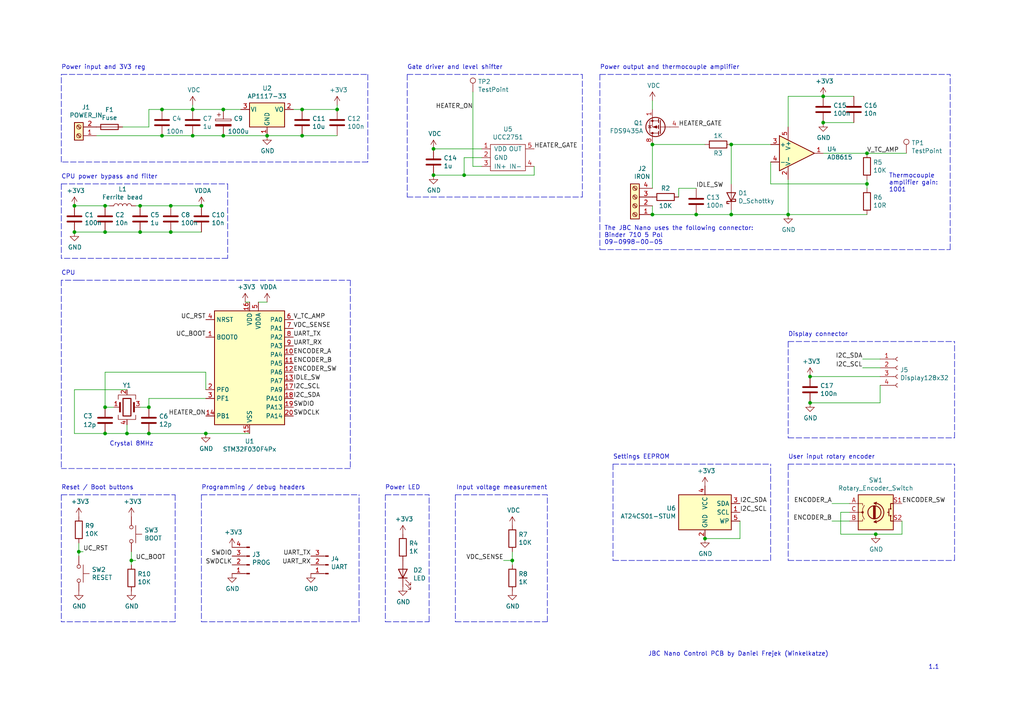
<source format=kicad_sch>
(kicad_sch (version 20211123) (generator eeschema)
  (paper "A4")
  (lib_symbols
    (symbol "Amplifier_Operational:AD8603" (pin_names (offset 0.127))
      (property "Reference" "U" (at 0 5.08 0))
      (property "Value" "AD8603" (at 0 -5.08 0))
      (symbol "AD8603_0_1"
        (polyline (pts (xy -5.08 5.08) (xy 5.08 0) (xy -5.08 -5.08) (xy -5.08 5.08)) (stroke (width 0.254)) (fill (type background)))
        (pin power_in line (at -2.54 -7.62 90) (length 3.81) (name "V-") (number "2"))
        (pin power_in line (at -2.54 7.62 270) (length 3.81) (name "V+") (number "5"))
      )
      (symbol "AD8603_1_1"
        (pin output line (at 7.62 0 180) (length 2.54) (name "~") (number "1"))
        (pin input line (at -7.62 2.54 0) (length 2.54) (name "+") (number "3"))
        (pin input line (at -7.62 -2.54 0) (length 2.54) (name "-") (number "4"))
      )
    )
    (symbol "Connector:Conn_01x03_Male" (pin_names (offset 1.016) hide)
      (property "Reference" "J" (at 0 5.08 0))
      (property "Value" "Conn_01x03_Male" (at 0 -5.08 0))
      (symbol "Conn_01x03_Male_1_1"
        (polyline (pts (xy 1.27 -2.54) (xy 0.8636 -2.54)) (stroke (width 0.1524)))
        (polyline (pts (xy 1.27 0) (xy 0.8636 0)) (stroke (width 0.1524)))
        (polyline (pts (xy 1.27 2.54) (xy 0.8636 2.54)) (stroke (width 0.1524)))
        (rectangle (start 0.8636 -2.413) (end 0 -2.667) (stroke (width 0.1524)) (fill (type outline)))
        (rectangle (start 0.8636 0.127) (end 0 -0.127) (stroke (width 0.1524)) (fill (type outline)))
        (rectangle (start 0.8636 2.667) (end 0 2.413) (stroke (width 0.1524)) (fill (type outline)))
        (pin passive line (at 5.08 2.54 180) (length 3.81) (name "Pin_1") (number "1"))
        (pin passive line (at 5.08 0 180) (length 3.81) (name "Pin_2") (number "2"))
        (pin passive line (at 5.08 -2.54 180) (length 3.81) (name "Pin_3") (number "3"))
      )
    )
    (symbol "Connector:Conn_01x04_Female" (pin_names (offset 1.016) hide)
      (property "Reference" "J" (at 0 5.08 0))
      (property "Value" "Conn_01x04_Female" (at 0 -7.62 0))
      (symbol "Conn_01x04_Female_1_1"
        (arc (start 0 -4.572) (mid -0.508 -5.08) (end 0 -5.588) (stroke (width 0.1524)))
        (arc (start 0 -2.032) (mid -0.508 -2.54) (end 0 -3.048) (stroke (width 0.1524)))
        (polyline (pts (xy -1.27 -5.08) (xy -0.508 -5.08)) (stroke (width 0.1524)))
        (polyline (pts (xy -1.27 -2.54) (xy -0.508 -2.54)) (stroke (width 0.1524)))
        (polyline (pts (xy -1.27 0) (xy -0.508 0)) (stroke (width 0.1524)))
        (polyline (pts (xy -1.27 2.54) (xy -0.508 2.54)) (stroke (width 0.1524)))
        (arc (start 0 0.508) (mid -0.508 0) (end 0 -0.508) (stroke (width 0.1524)))
        (arc (start 0 3.048) (mid -0.508 2.54) (end 0 2.032) (stroke (width 0.1524)))
        (pin passive line (at -5.08 2.54 0) (length 3.81) (name "Pin_1") (number "1"))
        (pin passive line (at -5.08 0 0) (length 3.81) (name "Pin_2") (number "2"))
        (pin passive line (at -5.08 -2.54 0) (length 3.81) (name "Pin_3") (number "3"))
        (pin passive line (at -5.08 -5.08 0) (length 3.81) (name "Pin_4") (number "4"))
      )
    )
    (symbol "Connector:Conn_01x04_Male" (pin_names (offset 1.016) hide)
      (property "Reference" "J" (at 0 5.08 0))
      (property "Value" "Conn_01x04_Male" (at 0 -7.62 0))
      (symbol "Conn_01x04_Male_1_1"
        (polyline (pts (xy 1.27 -5.08) (xy 0.8636 -5.08)) (stroke (width 0.1524)))
        (polyline (pts (xy 1.27 -2.54) (xy 0.8636 -2.54)) (stroke (width 0.1524)))
        (polyline (pts (xy 1.27 0) (xy 0.8636 0)) (stroke (width 0.1524)))
        (polyline (pts (xy 1.27 2.54) (xy 0.8636 2.54)) (stroke (width 0.1524)))
        (rectangle (start 0.8636 -4.953) (end 0 -5.207) (stroke (width 0.1524)) (fill (type outline)))
        (rectangle (start 0.8636 -2.413) (end 0 -2.667) (stroke (width 0.1524)) (fill (type outline)))
        (rectangle (start 0.8636 0.127) (end 0 -0.127) (stroke (width 0.1524)) (fill (type outline)))
        (rectangle (start 0.8636 2.667) (end 0 2.413) (stroke (width 0.1524)) (fill (type outline)))
        (pin passive line (at 5.08 2.54 180) (length 3.81) (name "Pin_1") (number "1"))
        (pin passive line (at 5.08 0 180) (length 3.81) (name "Pin_2") (number "2"))
        (pin passive line (at 5.08 -2.54 180) (length 3.81) (name "Pin_3") (number "3"))
        (pin passive line (at 5.08 -5.08 180) (length 3.81) (name "Pin_4") (number "4"))
      )
    )
    (symbol "Connector:Screw_Terminal_01x02" (pin_names (offset 1.016) hide)
      (property "Reference" "J" (at 0 2.54 0))
      (property "Value" "Screw_Terminal_01x02" (at 0 -5.08 0))
      (symbol "Screw_Terminal_01x02_1_1"
        (rectangle (start -1.27 1.27) (end 1.27 -3.81) (stroke (width 0.254)) (fill (type background)))
        (circle (center 0 -2.54) (radius 0.635) (stroke (width 0.1524)))
        (polyline (pts (xy -0.5334 -2.2098) (xy 0.3302 -3.048)) (stroke (width 0.1524)))
        (polyline (pts (xy -0.5334 0.3302) (xy 0.3302 -0.508)) (stroke (width 0.1524)))
        (polyline (pts (xy -0.3556 -2.032) (xy 0.508 -2.8702)) (stroke (width 0.1524)))
        (polyline (pts (xy -0.3556 0.508) (xy 0.508 -0.3302)) (stroke (width 0.1524)))
        (circle (center 0 0) (radius 0.635) (stroke (width 0.1524)))
        (pin passive line (at -5.08 0 0) (length 3.81) (name "Pin_1") (number "1"))
        (pin passive line (at -5.08 -2.54 0) (length 3.81) (name "Pin_2") (number "2"))
      )
    )
    (symbol "Connector:Screw_Terminal_01x04" (pin_names (offset 1.016) hide)
      (property "Reference" "J" (at 0 5.08 0))
      (property "Value" "Screw_Terminal_01x04" (at 0 -7.62 0))
      (symbol "Screw_Terminal_01x04_1_1"
        (rectangle (start -1.27 3.81) (end 1.27 -6.35) (stroke (width 0.254)) (fill (type background)))
        (circle (center 0 -5.08) (radius 0.635) (stroke (width 0.1524)))
        (circle (center 0 -2.54) (radius 0.635) (stroke (width 0.1524)))
        (polyline (pts (xy -0.5334 -4.7498) (xy 0.3302 -5.588)) (stroke (width 0.1524)))
        (polyline (pts (xy -0.5334 -2.2098) (xy 0.3302 -3.048)) (stroke (width 0.1524)))
        (polyline (pts (xy -0.5334 0.3302) (xy 0.3302 -0.508)) (stroke (width 0.1524)))
        (polyline (pts (xy -0.5334 2.8702) (xy 0.3302 2.032)) (stroke (width 0.1524)))
        (polyline (pts (xy -0.3556 -4.572) (xy 0.508 -5.4102)) (stroke (width 0.1524)))
        (polyline (pts (xy -0.3556 -2.032) (xy 0.508 -2.8702)) (stroke (width 0.1524)))
        (polyline (pts (xy -0.3556 0.508) (xy 0.508 -0.3302)) (stroke (width 0.1524)))
        (polyline (pts (xy -0.3556 3.048) (xy 0.508 2.2098)) (stroke (width 0.1524)))
        (circle (center 0 0) (radius 0.635) (stroke (width 0.1524)))
        (circle (center 0 2.54) (radius 0.635) (stroke (width 0.1524)))
        (pin passive line (at -5.08 2.54 0) (length 3.81) (name "Pin_1") (number "1"))
        (pin passive line (at -5.08 0 0) (length 3.81) (name "Pin_2") (number "2"))
        (pin passive line (at -5.08 -2.54 0) (length 3.81) (name "Pin_3") (number "3"))
        (pin passive line (at -5.08 -5.08 0) (length 3.81) (name "Pin_4") (number "4"))
      )
    )
    (symbol "Connector:TestPoint" (pin_numbers hide) (pin_names (offset 0.762) hide)
      (property "Reference" "TP" (at 0 6.858 0))
      (property "Value" "TestPoint" (at 0 5.08 0))
      (symbol "TestPoint_0_1"
        (circle (center 0 3.302) (radius 0.762))
      )
      (symbol "TestPoint_1_1"
        (pin passive line (at 0 0 90) (length 2.54) (name "1") (number "1"))
      )
    )
    (symbol "Device:C" (pin_numbers hide) (pin_names (offset 0.254))
      (property "Reference" "C" (at 0.635 2.54 0))
      (property "Value" "C" (at 0.635 -2.54 0))
      (symbol "C_0_1"
        (polyline (pts (xy -2.032 -0.762) (xy 2.032 -0.762)) (stroke (width 0.508)))
        (polyline (pts (xy -2.032 0.762) (xy 2.032 0.762)) (stroke (width 0.508)))
      )
      (symbol "C_1_1"
        (pin passive line (at 0 3.81 270) (length 2.794) (name "~") (number "1"))
        (pin passive line (at 0 -3.81 90) (length 2.794) (name "~") (number "2"))
      )
    )
    (symbol "Device:Crystal_GND24" (pin_names (offset 1.016) hide)
      (property "Reference" "Y" (at 3.175 5.08 0))
      (property "Value" "Crystal_GND24" (at 3.175 3.175 0))
      (symbol "Crystal_GND24_0_1"
        (rectangle (start -1.143 2.54) (end 1.143 -2.54) (stroke (width 0.3048)))
        (polyline (pts (xy -2.54 0) (xy -2.032 0)))
        (polyline (pts (xy -2.032 -1.27) (xy -2.032 1.27)) (stroke (width 0.508)))
        (polyline (pts (xy 0 -3.81) (xy 0 -3.556)))
        (polyline (pts (xy 0 3.556) (xy 0 3.81)))
        (polyline (pts (xy 2.032 -1.27) (xy 2.032 1.27)) (stroke (width 0.508)))
        (polyline (pts (xy 2.032 0) (xy 2.54 0)))
        (polyline (pts (xy -2.54 -2.286) (xy -2.54 -3.556) (xy 2.54 -3.556) (xy 2.54 -2.286)))
        (polyline (pts (xy -2.54 2.286) (xy -2.54 3.556) (xy 2.54 3.556) (xy 2.54 2.286)))
      )
      (symbol "Crystal_GND24_1_1"
        (pin passive line (at -3.81 0 0) (length 1.27) (name "1") (number "1"))
        (pin passive line (at 0 5.08 270) (length 1.27) (name "2") (number "2"))
        (pin passive line (at 3.81 0 180) (length 1.27) (name "3") (number "3"))
        (pin passive line (at 0 -5.08 90) (length 1.27) (name "4") (number "4"))
      )
    )
    (symbol "Device:D_Schottky" (pin_numbers hide) (pin_names (offset 1.016) hide)
      (property "Reference" "D" (at 0 2.54 0))
      (property "Value" "D_Schottky" (at 0 -2.54 0))
      (symbol "D_Schottky_0_1"
        (polyline (pts (xy 1.27 0) (xy -1.27 0)))
        (polyline (pts (xy 1.27 1.27) (xy 1.27 -1.27) (xy -1.27 0) (xy 1.27 1.27)) (stroke (width 0.254)))
        (polyline (pts (xy -1.905 0.635) (xy -1.905 1.27) (xy -1.27 1.27) (xy -1.27 -1.27) (xy -0.635 -1.27) (xy -0.635 -0.635)) (stroke (width 0.254)))
      )
      (symbol "D_Schottky_1_1"
        (pin passive line (at -3.81 0 0) (length 2.54) (name "K") (number "1"))
        (pin passive line (at 3.81 0 180) (length 2.54) (name "A") (number "2"))
      )
    )
    (symbol "Device:Fuse" (pin_numbers hide) (pin_names (offset 0))
      (property "Reference" "F" (at 2.032 0 90))
      (property "Value" "Fuse" (at -1.905 0 90))
      (symbol "Fuse_0_1"
        (rectangle (start -0.762 -2.54) (end 0.762 2.54) (stroke (width 0.254)))
        (polyline (pts (xy 0 2.54) (xy 0 -2.54)))
      )
      (symbol "Fuse_1_1"
        (pin passive line (at 0 3.81 270) (length 1.27) (name "~") (number "1"))
        (pin passive line (at 0 -3.81 90) (length 1.27) (name "~") (number "2"))
      )
    )
    (symbol "Device:L" (pin_numbers hide) (pin_names (offset 1.016) hide)
      (property "Reference" "L" (at -1.27 0 90))
      (property "Value" "L" (at 1.905 0 90))
      (symbol "L_0_1"
        (arc (start 0 -2.54) (mid 0.635 -1.905) (end 0 -1.27))
        (arc (start 0 -1.27) (mid 0.635 -0.635) (end 0 0))
        (arc (start 0 0) (mid 0.635 0.635) (end 0 1.27))
        (arc (start 0 1.27) (mid 0.635 1.905) (end 0 2.54))
      )
      (symbol "L_1_1"
        (pin passive line (at 0 3.81 270) (length 1.27) (name "1") (number "1"))
        (pin passive line (at 0 -3.81 90) (length 1.27) (name "2") (number "2"))
      )
    )
    (symbol "Device:LED" (pin_numbers hide) (pin_names (offset 1.016) hide)
      (property "Reference" "D" (at 0 2.54 0))
      (property "Value" "LED" (at 0 -2.54 0))
      (symbol "LED_0_1"
        (polyline (pts (xy -1.27 -1.27) (xy -1.27 1.27)) (stroke (width 0.254)))
        (polyline (pts (xy -1.27 0) (xy 1.27 0)))
        (polyline (pts (xy 1.27 -1.27) (xy 1.27 1.27) (xy -1.27 0) (xy 1.27 -1.27)) (stroke (width 0.254)))
        (polyline (pts (xy -3.048 -0.762) (xy -4.572 -2.286) (xy -3.81 -2.286) (xy -4.572 -2.286) (xy -4.572 -1.524)))
        (polyline (pts (xy -1.778 -0.762) (xy -3.302 -2.286) (xy -2.54 -2.286) (xy -3.302 -2.286) (xy -3.302 -1.524)))
      )
      (symbol "LED_1_1"
        (pin passive line (at -3.81 0 0) (length 2.54) (name "K") (number "1"))
        (pin passive line (at 3.81 0 180) (length 2.54) (name "A") (number "2"))
      )
    )
    (symbol "Device:R" (pin_numbers hide) (pin_names (offset 0))
      (property "Reference" "R" (at 2.032 0 90))
      (property "Value" "R" (at 0 0 90))
      (symbol "R_0_1"
        (rectangle (start -1.016 -2.54) (end 1.016 2.54) (stroke (width 0.254)))
      )
      (symbol "R_1_1"
        (pin passive line (at 0 3.81 270) (length 1.27) (name "~") (number "1"))
        (pin passive line (at 0 -3.81 90) (length 1.27) (name "~") (number "2"))
      )
    )
    (symbol "JBC_Nano_Hardware-rescue:CP-Device" (pin_numbers hide) (pin_names (offset 0.254))
      (property "Reference" "C" (at 0.635 2.54 0))
      (property "Value" "CP-Device" (at 0.635 -2.54 0))
      (symbol "CP-Device_0_1"
        (rectangle (start -2.286 0.508) (end 2.286 1.016))
        (polyline (pts (xy -1.778 2.286) (xy -0.762 2.286)))
        (polyline (pts (xy -1.27 2.794) (xy -1.27 1.778)))
        (rectangle (start 2.286 -0.508) (end -2.286 -1.016) (fill (type outline)))
      )
      (symbol "CP-Device_1_1"
        (pin passive line (at 0 3.81 270) (length 2.794) (name "~") (number "1"))
        (pin passive line (at 0 -3.81 90) (length 2.794) (name "~") (number "2"))
      )
    )
    (symbol "JBC_Nano_Hardware-rescue:Rotary_Encoder_Switch-Device" (pin_names (offset 0.254) hide)
      (property "Reference" "SW" (at 0 6.604 0))
      (property "Value" "Rotary_Encoder_Switch-Device" (at 0 -6.604 0))
      (symbol "Rotary_Encoder_Switch-Device_0_1"
        (rectangle (start -5.08 5.08) (end 5.08 -5.08) (stroke (width 0.254)) (fill (type background)))
        (circle (center -3.81 0) (radius 0.254) (fill (type outline)))
        (arc (start -0.381 -2.794) (mid 2.3622 -0.0508) (end -0.381 2.667) (stroke (width 0.254)))
        (circle (center -0.381 0) (radius 1.905) (stroke (width 0.254)))
        (polyline (pts (xy -0.635 -1.778) (xy -0.635 1.778)) (stroke (width 0.254)))
        (polyline (pts (xy -0.381 -1.778) (xy -0.381 1.778)) (stroke (width 0.254)))
        (polyline (pts (xy -0.127 1.778) (xy -0.127 -1.778)) (stroke (width 0.254)))
        (polyline (pts (xy 3.81 0) (xy 3.429 0)) (stroke (width 0.254)))
        (polyline (pts (xy 3.81 1.016) (xy 3.81 -1.016)) (stroke (width 0.254)))
        (polyline (pts (xy -5.08 -2.54) (xy -3.81 -2.54) (xy -3.81 -2.032)))
        (polyline (pts (xy -5.08 2.54) (xy -3.81 2.54) (xy -3.81 2.032)))
        (polyline (pts (xy 0.254 -3.048) (xy -0.508 -2.794) (xy 0.127 -2.413)) (stroke (width 0.254)))
        (polyline (pts (xy 0.254 2.921) (xy -0.508 2.667) (xy 0.127 2.286)) (stroke (width 0.254)))
        (polyline (pts (xy 5.08 -2.54) (xy 4.318 -2.54) (xy 4.318 -1.016)) (stroke (width 0.254)))
        (polyline (pts (xy 5.08 2.54) (xy 4.318 2.54) (xy 4.318 1.016)) (stroke (width 0.254)))
        (polyline (pts (xy -5.08 0) (xy -3.81 0) (xy -3.81 -1.016) (xy -3.302 -2.032)))
        (polyline (pts (xy -4.318 0) (xy -3.81 0) (xy -3.81 1.016) (xy -3.302 2.032)))
        (circle (center 4.318 -1.016) (radius 0.127) (stroke (width 0.254)))
        (circle (center 4.318 1.016) (radius 0.127) (stroke (width 0.254)))
      )
      (symbol "Rotary_Encoder_Switch-Device_1_1"
        (pin passive line (at -7.62 2.54 0) (length 2.54) (name "A") (number "A"))
        (pin passive line (at -7.62 -2.54 0) (length 2.54) (name "B") (number "B"))
        (pin passive line (at -7.62 0 0) (length 2.54) (name "C") (number "C"))
        (pin passive line (at 7.62 2.54 180) (length 2.54) (name "S1") (number "S1"))
        (pin passive line (at 7.62 -2.54 180) (length 2.54) (name "S2") (number "S2"))
      )
    )
    (symbol "MCU_ST_STM32F0:STM32F030F4Px"
      (property "Reference" "U" (at -10.16 16.51 0))
      (property "Value" "STM32F030F4Px" (at 5.08 16.51 0))
      (symbol "STM32F030F4Px_0_1"
        (rectangle (start -10.16 -17.78) (end 10.16 15.24) (stroke (width 0.254)) (fill (type background)))
      )
      (symbol "STM32F030F4Px_1_1"
        (pin input line (at -12.7 7.62 0) (length 2.54) (name "BOOT0") (number "1"))
        (pin bidirectional line (at 12.7 2.54 180) (length 2.54) (name "PA4") (number "10"))
        (pin bidirectional line (at 12.7 0 180) (length 2.54) (name "PA5") (number "11"))
        (pin bidirectional line (at 12.7 -2.54 180) (length 2.54) (name "PA6") (number "12"))
        (pin bidirectional line (at 12.7 -5.08 180) (length 2.54) (name "PA7") (number "13"))
        (pin bidirectional line (at -12.7 -15.24 0) (length 2.54) (name "PB1") (number "14"))
        (pin power_in line (at 0 -20.32 90) (length 2.54) (name "VSS") (number "15"))
        (pin power_in line (at 0 17.78 270) (length 2.54) (name "VDD") (number "16"))
        (pin bidirectional line (at 12.7 -7.62 180) (length 2.54) (name "PA9") (number "17"))
        (pin bidirectional line (at 12.7 -10.16 180) (length 2.54) (name "PA10") (number "18"))
        (pin bidirectional line (at 12.7 -12.7 180) (length 2.54) (name "PA13") (number "19"))
        (pin input line (at -12.7 -7.62 0) (length 2.54) (name "PF0") (number "2"))
        (pin bidirectional line (at 12.7 -15.24 180) (length 2.54) (name "PA14") (number "20"))
        (pin input line (at -12.7 -10.16 0) (length 2.54) (name "PF1") (number "3"))
        (pin input line (at -12.7 12.7 0) (length 2.54) (name "NRST") (number "4"))
        (pin power_in line (at 2.54 17.78 270) (length 2.54) (name "VDDA") (number "5"))
        (pin bidirectional line (at 12.7 12.7 180) (length 2.54) (name "PA0") (number "6"))
        (pin bidirectional line (at 12.7 10.16 180) (length 2.54) (name "PA1") (number "7"))
        (pin bidirectional line (at 12.7 7.62 180) (length 2.54) (name "PA2") (number "8"))
        (pin bidirectional line (at 12.7 5.08 180) (length 2.54) (name "PA3") (number "9"))
      )
    )
    (symbol "Memory_EEPROM:AT24CS01-STUM"
      (property "Reference" "U" (at -7.62 6.35 0))
      (property "Value" "AT24CS01-STUM" (at 2.54 -6.35 0))
      (symbol "AT24CS01-STUM_1_1"
        (rectangle (start -7.62 5.08) (end 7.62 -5.08) (stroke (width 0.254)) (fill (type background)))
        (pin input line (at 10.16 0 180) (length 2.54) (name "SCL") (number "1"))
        (pin power_in line (at 0 -7.62 90) (length 2.54) (name "GND") (number "2"))
        (pin bidirectional line (at 10.16 2.54 180) (length 2.54) (name "SDA") (number "3"))
        (pin power_in line (at 0 7.62 270) (length 2.54) (name "VCC") (number "4"))
        (pin input line (at 10.16 -2.54 180) (length 2.54) (name "WP") (number "5"))
      )
    )
    (symbol "Regulator_Linear:AP1117-33" (pin_names (offset 0.254))
      (property "Reference" "U" (at -3.81 3.175 0))
      (property "Value" "AP1117-33" (at 0 3.175 0))
      (symbol "AP1117-33_0_1"
        (rectangle (start -5.08 -5.08) (end 5.08 1.905) (stroke (width 0.254)) (fill (type background)))
      )
      (symbol "AP1117-33_1_1"
        (pin power_in line (at 0 -7.62 90) (length 2.54) (name "GND") (number "1"))
        (pin power_out line (at 7.62 0 180) (length 2.54) (name "VO") (number "2"))
        (pin power_in line (at -7.62 0 0) (length 2.54) (name "VI") (number "3"))
      )
    )
    (symbol "Switch:SW_Push" (pin_numbers hide) (pin_names (offset 1.016) hide)
      (property "Reference" "SW" (at 1.27 2.54 0))
      (property "Value" "SW_Push" (at 0 -1.524 0))
      (symbol "SW_Push_0_1"
        (circle (center -2.032 0) (radius 0.508))
        (polyline (pts (xy 0 1.27) (xy 0 3.048)))
        (polyline (pts (xy 2.54 1.27) (xy -2.54 1.27)))
        (circle (center 2.032 0) (radius 0.508))
        (pin passive line (at -5.08 0 0) (length 2.54) (name "1") (number "1"))
        (pin passive line (at 5.08 0 180) (length 2.54) (name "2") (number "2"))
      )
    )
    (symbol "Transistor_FET:FDS9435A" (pin_names hide)
      (property "Reference" "Q" (at 5.08 1.905 0))
      (property "Value" "FDS9435A" (at 5.08 0 0))
      (symbol "FDS9435A_0_1"
        (polyline (pts (xy 0.254 0) (xy -2.54 0)))
        (polyline (pts (xy 0.254 1.905) (xy 0.254 -1.905)) (stroke (width 0.254)))
        (polyline (pts (xy 0.762 -1.27) (xy 0.762 -2.286)) (stroke (width 0.254)))
        (polyline (pts (xy 0.762 0.508) (xy 0.762 -0.508)) (stroke (width 0.254)))
        (polyline (pts (xy 0.762 2.286) (xy 0.762 1.27)) (stroke (width 0.254)))
        (polyline (pts (xy 2.54 2.54) (xy 2.54 1.778)))
        (polyline (pts (xy 2.54 -2.54) (xy 2.54 0) (xy 0.762 0)))
        (polyline (pts (xy 0.762 1.778) (xy 3.302 1.778) (xy 3.302 -1.778) (xy 0.762 -1.778)))
        (polyline (pts (xy 2.286 0) (xy 1.27 0.381) (xy 1.27 -0.381) (xy 2.286 0)) (fill (type outline)))
        (polyline (pts (xy 2.794 -0.508) (xy 2.921 -0.381) (xy 3.683 -0.381) (xy 3.81 -0.254)))
        (polyline (pts (xy 3.302 -0.381) (xy 2.921 0.254) (xy 3.683 0.254) (xy 3.302 -0.381)))
        (circle (center 1.651 0) (radius 2.794) (stroke (width 0.254)))
        (circle (center 2.54 -1.778) (radius 0.254) (fill (type outline)))
        (circle (center 2.54 1.778) (radius 0.254) (fill (type outline)))
      )
      (symbol "FDS9435A_1_1"
        (pin passive line (at 2.54 -5.08 90) (length 2.54) (name "S") (number "1"))
        (pin passive line (at 2.54 -5.08 90) (length 2.54) hide (name "S") (number "2"))
        (pin passive line (at 2.54 -5.08 90) (length 2.54) hide (name "S") (number "3"))
        (pin passive line (at -5.08 0 0) (length 2.54) (name "G") (number "4"))
        (pin passive line (at 2.54 5.08 270) (length 2.54) hide (name "D") (number "5"))
        (pin passive line (at 2.54 5.08 270) (length 2.54) hide (name "D") (number "6"))
        (pin passive line (at 2.54 5.08 270) (length 2.54) hide (name "D") (number "7"))
        (pin passive line (at 2.54 5.08 270) (length 2.54) (name "D") (number "8"))
      )
    )
    (symbol "custom_parts:UCC2751" (pin_names (offset 1.016))
      (property "Reference" "U" (at 0 -7.62 0))
      (property "Value" "UCC2751" (at 0 -5.08 0))
      (symbol "UCC2751_0_1"
        (rectangle (start -5.08 3.81) (end 5.08 -3.81))
      )
      (symbol "UCC2751_1_1"
        (pin power_in line (at -7.62 2.54 0) (length 2.54) (name "VDD") (number "1"))
        (pin power_in line (at -7.62 0 0) (length 2.54) (name "GND") (number "2"))
        (pin input line (at -7.62 -2.54 0) (length 2.54) (name "IN+") (number "3"))
        (pin input line (at 7.62 -2.54 180) (length 2.54) (name "IN-") (number "4"))
        (pin output line (at 7.62 2.54 180) (length 2.54) (name "OUT") (number "5"))
      )
    )
    (symbol "power:+3V3" (power) (pin_names (offset 0))
      (property "Value" "+3V3" (at 0 3.556 0))
      (symbol "+3V3_0_1"
        (polyline (pts (xy -0.762 1.27) (xy 0 2.54)))
        (polyline (pts (xy 0 0) (xy 0 2.54)))
        (polyline (pts (xy 0 2.54) (xy 0.762 1.27)))
      )
      (symbol "+3V3_1_1"
        (pin power_in line (at 0 0 90) (length 0) hide (name "+3V3") (number "1"))
      )
    )
    (symbol "power:GND" (power) (pin_names (offset 0))
      (property "Value" "GND" (at 0 -3.81 0))
      (symbol "GND_0_1"
        (polyline (pts (xy 0 0) (xy 0 -1.27) (xy 1.27 -1.27) (xy 0 -2.54) (xy -1.27 -1.27) (xy 0 -1.27)))
      )
      (symbol "GND_1_1"
        (pin power_in line (at 0 0 270) (length 0) hide (name "GND") (number "1"))
      )
    )
    (symbol "power:VDC" (power) (pin_names (offset 0))
      (property "Value" "VDC" (at 0 6.35 0))
      (symbol "VDC_0_1"
        (polyline (pts (xy -0.762 1.27) (xy 0 2.54)))
        (polyline (pts (xy 0 0) (xy 0 2.54)))
        (polyline (pts (xy 0 2.54) (xy 0.762 1.27)))
      )
      (symbol "VDC_1_1"
        (pin power_in line (at 0 0 90) (length 0) hide (name "VDC") (number "1"))
      )
    )
    (symbol "power:VDDA" (power) (pin_names (offset 0))
      (property "Value" "VDDA" (at 0 3.81 0))
      (symbol "VDDA_0_1"
        (polyline (pts (xy -0.762 1.27) (xy 0 2.54)))
        (polyline (pts (xy 0 0) (xy 0 2.54)))
        (polyline (pts (xy 0 2.54) (xy 0.762 1.27)))
      )
      (symbol "VDDA_1_1"
        (pin power_in line (at 0 0 90) (length 0) hide (name "VDDA") (number "1"))
      )
    )
  )
  (junction (at 87.63 39.37))
  (junction (at 189.23 41.91))
  (junction (at 64.77 31.75))
  (junction (at 238.76 27.94))
  (junction (at 238.76 35.56))
  (junction (at 189.23 62.23))
  (junction (at 43.18 118.11))
  (junction (at 251.46 53.34))
  (junction (at 97.79 31.75))
  (junction (at 87.63 31.75))
  (junction (at 64.77 39.37))
  (junction (at 125.73 50.8))
  (junction (at 125.73 43.18))
  (junction (at 254 154.94))
  (junction (at 58.42 59.69))
  (junction (at 204.47 156.21))
  (junction (at 21.59 59.69))
  (junction (at 21.59 67.31))
  (junction (at 201.93 62.23))
  (junction (at 55.88 31.75))
  (junction (at 30.48 67.31))
  (junction (at 134.62 50.8))
  (junction (at 30.48 125.73))
  (junction (at 46.99 39.37))
  (junction (at 30.48 59.69))
  (junction (at 49.53 59.69))
  (junction (at 77.47 39.37))
  (junction (at 40.64 59.69))
  (junction (at 234.95 116.84))
  (junction (at 55.88 39.37))
  (junction (at 40.64 67.31))
  (junction (at 22.86 160.02))
  (junction (at 212.09 62.23))
  (junction (at 234.95 109.22))
  (junction (at 148.59 162.56))
  (junction (at 46.99 31.75))
  (junction (at 49.53 67.31))
  (junction (at 228.6 62.23))
  (junction (at 212.09 41.91))
  (junction (at 30.48 118.11))
  (junction (at 38.1 162.56))
  (junction (at 36.83 125.73))
  (junction (at 43.18 125.73))
  (junction (at 251.46 44.45))
  (junction (at 59.69 125.73))
  (wire (pts (xy 21.59 125.73) (xy 30.48 125.73)))
  (wire (pts (xy 43.18 115.57) (xy 43.18 118.11)))
  (wire (pts (xy 46.99 39.37) (xy 55.88 39.37)))
  (polyline (pts (xy 104.14 180.34) (xy 104.14 143.51)))
  (polyline (pts (xy 177.8 134.62) (xy 177.8 162.56)))
  (polyline (pts (xy 58.42 143.51) (xy 58.42 180.34)))
  (polyline (pts (xy 17.78 81.28) (xy 17.78 135.89)))
  (wire (pts (xy 40.64 59.69) (xy 49.53 59.69)))
  (wire (pts (xy 146.05 162.56) (xy 148.59 162.56)))
  (wire (pts (xy 154.94 48.26) (xy 154.94 50.8)))
  (wire (pts (xy 30.48 125.73) (xy 36.83 125.73)))
  (wire (pts (xy 43.18 36.83) (xy 43.18 31.75)))
  (polyline (pts (xy 101.6 81.28) (xy 101.6 135.89)))
  (wire (pts (xy 251.46 53.34) (xy 251.46 52.07)))
  (wire (pts (xy 64.77 31.75) (xy 69.85 31.75)))
  (polyline (pts (xy 168.91 57.15) (xy 168.91 21.59)))
  (polyline (pts (xy 111.76 180.34) (xy 124.46 180.34)))
  (wire (pts (xy 196.85 57.15) (xy 196.85 54.61)))
  (polyline (pts (xy 17.78 53.34) (xy 66.04 53.34)))
  (polyline (pts (xy 132.08 180.34) (xy 158.75 180.34)))
  (wire (pts (xy 87.63 39.37) (xy 97.79 39.37)))
  (wire (pts (xy 40.64 67.31) (xy 49.53 67.31)))
  (polyline (pts (xy 276.86 162.56) (xy 276.86 134.62)))
  (wire (pts (xy 125.73 50.8) (xy 134.62 50.8)))
  (wire (pts (xy 214.63 156.21) (xy 204.47 156.21)))
  (wire (pts (xy 22.86 160.02) (xy 22.86 157.48)))
  (wire (pts (xy 43.18 115.57) (xy 59.69 115.57)))
  (polyline (pts (xy 66.04 53.34) (xy 66.04 74.93)))
  (wire (pts (xy 139.7 43.18) (xy 125.73 43.18)))
  (wire (pts (xy 212.09 60.96) (xy 212.09 62.23)))
  (wire (pts (xy 243.84 148.59) (xy 243.84 154.94)))
  (polyline (pts (xy 228.6 134.62) (xy 228.6 162.56)))
  (wire (pts (xy 243.84 154.94) (xy 254 154.94)))
  (wire (pts (xy 238.76 27.94) (xy 247.65 27.94)))
  (wire (pts (xy 85.09 31.75) (xy 87.63 31.75)))
  (wire (pts (xy 38.1 160.02) (xy 38.1 162.56)))
  (polyline (pts (xy 275.59 72.39) (xy 275.59 21.59)))
  (polyline (pts (xy 17.78 143.51) (xy 17.78 180.34)))
  (wire (pts (xy 40.64 118.11) (xy 43.18 118.11)))
  (polyline (pts (xy 276.86 127) (xy 276.86 99.06)))
  (wire (pts (xy 43.18 125.73) (xy 59.69 125.73)))
  (wire (pts (xy 49.53 59.69) (xy 58.42 59.69)))
  (polyline (pts (xy 106.68 46.99) (xy 17.78 46.99)))
  (polyline (pts (xy 22.86 81.28) (xy 101.6 81.28)))
  (polyline (pts (xy 17.78 53.34) (xy 17.78 74.93)))
  (wire (pts (xy 201.93 62.23) (xy 212.09 62.23)))
  (wire (pts (xy 30.48 107.95) (xy 30.48 118.11)))
  (wire (pts (xy 223.52 53.34) (xy 223.52 46.99)))
  (wire (pts (xy 30.48 107.95) (xy 59.69 107.95)))
  (wire (pts (xy 43.18 31.75) (xy 46.99 31.75)))
  (wire (pts (xy 77.47 39.37) (xy 87.63 39.37)))
  (polyline (pts (xy 177.8 134.62) (xy 223.52 134.62)))
  (polyline (pts (xy 50.8 143.51) (xy 50.8 180.34)))
  (wire (pts (xy 234.95 116.84) (xy 255.27 116.84)))
  (wire (pts (xy 228.6 52.07) (xy 228.6 62.23)))
  (polyline (pts (xy 228.6 134.62) (xy 276.86 134.62)))
  (wire (pts (xy 189.23 62.23) (xy 201.93 62.23)))
  (wire (pts (xy 214.63 151.13) (xy 214.63 156.21)))
  (wire (pts (xy 27.94 39.37) (xy 46.99 39.37)))
  (wire (pts (xy 255.27 104.14) (xy 250.19 104.14)))
  (polyline (pts (xy 106.68 21.59) (xy 106.68 46.99)))
  (wire (pts (xy 255.27 116.84) (xy 255.27 111.76)))
  (wire (pts (xy 72.39 125.73) (xy 59.69 125.73)))
  (wire (pts (xy 189.23 59.69) (xy 189.23 62.23)))
  (wire (pts (xy 189.23 41.91) (xy 189.23 54.61)))
  (wire (pts (xy 55.88 30.48) (xy 55.88 31.75)))
  (polyline (pts (xy 118.11 21.59) (xy 168.91 21.59)))
  (wire (pts (xy 36.83 123.19) (xy 36.83 125.73)))
  (wire (pts (xy 36.83 113.03) (xy 21.59 113.03)))
  (wire (pts (xy 154.94 50.8) (xy 134.62 50.8)))
  (wire (pts (xy 212.09 41.91) (xy 212.09 53.34)))
  (wire (pts (xy 39.37 162.56) (xy 38.1 162.56)))
  (wire (pts (xy 97.79 31.75) (xy 97.79 30.48)))
  (polyline (pts (xy 58.42 180.34) (xy 104.14 180.34)))
  (wire (pts (xy 134.62 45.72) (xy 139.7 45.72)))
  (wire (pts (xy 87.63 31.75) (xy 97.79 31.75)))
  (wire (pts (xy 238.76 44.45) (xy 251.46 44.45)))
  (wire (pts (xy 228.6 27.94) (xy 228.6 36.83)))
  (wire (pts (xy 137.16 26.67) (xy 137.16 48.26)))
  (polyline (pts (xy 228.6 162.56) (xy 276.86 162.56)))
  (wire (pts (xy 223.52 41.91) (xy 212.09 41.91)))
  (polyline (pts (xy 111.76 143.51) (xy 124.46 143.51)))
  (polyline (pts (xy 132.08 143.51) (xy 158.75 143.51)))
  (wire (pts (xy 59.69 107.95) (xy 59.69 113.03)))
  (polyline (pts (xy 111.76 143.51) (xy 111.76 180.34)))
  (wire (pts (xy 255.27 106.68) (xy 250.19 106.68)))
  (polyline (pts (xy 101.6 135.89) (xy 17.78 135.89)))
  (wire (pts (xy 21.59 113.03) (xy 21.59 125.73)))
  (polyline (pts (xy 228.6 99.06) (xy 276.86 99.06)))
  (polyline (pts (xy 118.11 21.59) (xy 118.11 57.15)))
  (wire (pts (xy 251.46 53.34) (xy 223.52 53.34)))
  (wire (pts (xy 30.48 59.69) (xy 31.75 59.69)))
  (wire (pts (xy 134.62 50.8) (xy 134.62 45.72)))
  (wire (pts (xy 21.59 67.31) (xy 30.48 67.31)))
  (wire (pts (xy 139.7 48.26) (xy 137.16 48.26)))
  (wire (pts (xy 55.88 31.75) (xy 64.77 31.75)))
  (polyline (pts (xy 173.99 21.59) (xy 275.59 21.59)))
  (wire (pts (xy 246.38 146.05) (xy 241.3 146.05)))
  (polyline (pts (xy 228.6 99.06) (xy 228.6 127)))
  (wire (pts (xy 228.6 62.23) (xy 251.46 62.23)))
  (polyline (pts (xy 223.52 162.56) (xy 223.52 134.62)))
  (wire (pts (xy 261.62 151.13) (xy 261.62 154.94)))
  (polyline (pts (xy 118.11 57.15) (xy 168.91 57.15)))
  (wire (pts (xy 148.59 162.56) (xy 148.59 163.83)))
  (polyline (pts (xy 17.78 143.51) (xy 50.8 143.51)))
  (wire (pts (xy 24.13 160.02) (xy 22.86 160.02)))
  (wire (pts (xy 254 154.94) (xy 261.62 154.94)))
  (polyline (pts (xy 66.04 74.93) (xy 17.78 74.93)))
  (wire (pts (xy 189.23 41.91) (xy 204.47 41.91)))
  (wire (pts (xy 246.38 151.13) (xy 241.3 151.13)))
  (wire (pts (xy 55.88 39.37) (xy 64.77 39.37)))
  (wire (pts (xy 148.59 160.02) (xy 148.59 162.56)))
  (wire (pts (xy 251.46 44.45) (xy 262.89 44.45)))
  (wire (pts (xy 196.85 54.61) (xy 201.93 54.61)))
  (wire (pts (xy 255.27 109.22) (xy 234.95 109.22)))
  (polyline (pts (xy 173.99 21.59) (xy 173.99 72.39)))
  (wire (pts (xy 30.48 67.31) (xy 40.64 67.31)))
  (wire (pts (xy 238.76 35.56) (xy 247.65 35.56)))
  (polyline (pts (xy 58.42 143.51) (xy 104.14 143.51)))
  (wire (pts (xy 49.53 67.31) (xy 58.42 67.31)))
  (wire (pts (xy 21.59 59.69) (xy 30.48 59.69)))
  (wire (pts (xy 33.02 118.11) (xy 30.48 118.11)))
  (polyline (pts (xy 158.75 180.34) (xy 158.75 143.51)))
  (polyline (pts (xy 17.78 21.59) (xy 106.68 21.59)))
  (polyline (pts (xy 17.78 46.99) (xy 17.78 21.59)))
  (polyline (pts (xy 228.6 127) (xy 276.86 127)))
  (wire (pts (xy 228.6 62.23) (xy 212.09 62.23)))
  (wire (pts (xy 46.99 31.75) (xy 55.88 31.75)))
  (wire (pts (xy 238.76 27.94) (xy 228.6 27.94)))
  (wire (pts (xy 36.83 125.73) (xy 43.18 125.73)))
  (wire (pts (xy 39.37 59.69) (xy 40.64 59.69)))
  (polyline (pts (xy 22.86 81.28) (xy 17.78 81.28)))
  (polyline (pts (xy 124.46 180.34) (xy 124.46 143.51)))
  (polyline (pts (xy 50.8 180.34) (xy 17.78 180.34)))
  (wire (pts (xy 74.93 87.63) (xy 77.47 87.63)))
  (wire (pts (xy 64.77 39.37) (xy 77.47 39.37)))
  (polyline (pts (xy 177.8 162.56) (xy 223.52 162.56)))
  (wire (pts (xy 35.56 36.83) (xy 43.18 36.83)))
  (wire (pts (xy 189.23 29.21) (xy 189.23 31.75)))
  (polyline (pts (xy 132.08 143.51) (xy 132.08 180.34)))
  (wire (pts (xy 246.38 148.59) (xy 243.84 148.59)))
  (wire (pts (xy 251.46 54.61) (xy 251.46 53.34)))
  (wire (pts (xy 22.86 161.29) (xy 22.86 160.02)))
  (wire (pts (xy 71.12 87.63) (xy 72.39 87.63)))
  (wire (pts (xy 38.1 162.56) (xy 38.1 163.83)))
  (polyline (pts (xy 173.99 72.39) (xy 275.59 72.39)))
  (text "Crystal 8MHz" (at 31.75 129.54 0) (effects (font (size 1.27 1.27)) (justify left bottom)))
  (text "JBC Nano Control PCB by Daniel Frejek (Winkelkatze)" (at 187.96 190.5 0) (effects (font (size 1.27 1.27)) (justify left bottom)))
  (text "Reset / Boot buttons" (at 17.78 142.24 0) (effects (font (size 1.27 1.27)) (justify left bottom)))
  (text "Gate driver and level shifter" (at 118.11 20.32 0) (effects (font (size 1.27 1.27)) (justify left bottom)))
  (text "CPU" (at 17.78 80.01 0) (effects (font (size 1.27 1.27)) (justify left bottom)))
  (text "Power LED" (at 121.92 142.24 180) (effects (font (size 1.27 1.27)) (justify right bottom)))
  (text "Power output and thermocouple amplifier" (at 173.99 20.32 0) (effects (font (size 1.27 1.27)) (justify left bottom)))
  (text "Thermocouple\namplifier gain:\n1001" (at 257.81 55.88 0) (effects (font (size 1.27 1.27)) (justify left bottom)))
  (text "1.1" (at 269.24 194.31 0) (effects (font (size 1.27 1.27)) (justify left bottom)))
  (text "Settings EEPROM" (at 177.8 133.35 0) (effects (font (size 1.27 1.27)) (justify left bottom)))
  (text "Input voltage measurement" (at 158.75 142.24 180) (effects (font (size 1.27 1.27)) (justify right bottom)))
  (text "CPU power bypass and filter" (at 17.78 52.07 0) (effects (font (size 1.27 1.27)) (justify left bottom)))
  (text "Programming / debug headers" (at 58.42 142.24 0) (effects (font (size 1.27 1.27)) (justify left bottom)))
  (text "Display connector" (at 228.6 97.79 0) (effects (font (size 1.27 1.27)) (justify left bottom)))
  (text "Power input and 3V3 reg" (at 17.78 20.32 0) (effects (font (size 1.27 1.27)) (justify left bottom)))
  (text "The JBC Nano uses the following connector:\nBinder 710 5 Pol\n09-0998-00-05" (at 175.26 71.12 0) (effects (font (size 1.27 1.27)) (justify left bottom)))
  (text "User input rotary encoder" (at 228.6 133.35 0) (effects (font (size 1.27 1.27)) (justify left bottom)))
  (label "IDLE_SW" (at 201.93 54.61 0))
  (label "UC_RST" (at 59.69 92.71 180))
  (label "I2C_SCL" (at 85.09 113.03 0))
  (label "HEATER_GATE" (at 154.94 43.18 0))
  (label "I2C_SDA" (at 214.63 146.05 0))
  (label "V_TC_AMP" (at 251.46 44.45 0))
  (label "I2C_SCL" (at 250.19 106.68 180))
  (label "ENCODER_A" (at 241.3 146.05 180))
  (label "ENCODER_B" (at 85.09 105.41 0))
  (label "VDC_SENSE" (at 146.05 162.56 180))
  (label "UC_BOOT" (at 59.69 97.79 180))
  (label "UC_RST" (at 24.13 160.02 0))
  (label "VDC_SENSE" (at 85.09 95.25 0))
  (label "ENCODER_A" (at 85.09 102.87 0))
  (label "SWDIO" (at 67.31 161.29 180))
  (label "SWDIO" (at 85.09 118.11 0))
  (label "ENCODER_SW" (at 261.62 146.05 0))
  (label "HEATER_ON" (at 137.16 31.75 180))
  (label "IDLE_SW" (at 85.09 110.49 0))
  (label "UART_TX" (at 90.17 161.29 180))
  (label "I2C_SCL" (at 214.63 148.59 0))
  (label "UART_RX" (at 90.17 163.83 180))
  (label "UART_TX" (at 85.09 97.79 0))
  (label "HEATER_GATE" (at 196.85 36.83 0))
  (label "I2C_SDA" (at 85.09 115.57 0))
  (label "ENCODER_SW" (at 85.09 107.95 0))
  (label "UC_BOOT" (at 39.37 162.56 0))
  (label "SWDCLK" (at 85.09 120.65 0))
  (label "UART_RX" (at 85.09 100.33 0))
  (label "HEATER_ON" (at 59.69 120.65 180))
  (label "SWDCLK" (at 67.31 163.83 180))
  (label "V_TC_AMP" (at 85.09 92.71 0))
  (label "ENCODER_B" (at 241.3 151.13 180))
  (label "I2C_SDA" (at 250.19 104.14 180))
  (symbol (lib_id "power:GND") (at 228.6 62.23 0) (unit 1)
    (property "Reference" "#PWR013" (effects hide))
    (property "Value" "GND" (at 228.727 66.6242 0))
  )
  (symbol (lib_id "power:+3V3") (at 238.76 27.94 0) (unit 1)
    (property "Reference" "#PWR014" (effects hide))
    (property "Value" "+3V3" (at 239.141 23.5458 0))
  )
  (symbol (lib_id "Device:R") (at 251.46 48.26 0) (unit 1)
    (property "Reference" "R5" (at 253.238 47.0916 0) (effects (justify left)))
    (property "Value" "10K" (at 253.238 49.403 0) (effects (justify left)))
    (property "Footprint" "Resistor_SMD:R_0603_1608Metric" (effects hide))
  )
  (symbol (lib_id "Device:R") (at 251.46 58.42 0) (unit 1)
    (property "Reference" "R6" (at 253.238 57.2516 0) (effects (justify left)))
    (property "Value" "10R" (at 253.238 59.563 0) (effects (justify left)))
    (property "Footprint" "Resistor_SMD:R_0603_1608Metric" (effects hide))
  )
  (symbol (lib_id "Device:D_Schottky") (at 212.09 57.15 90) (unit 1)
    (property "Reference" "D1" (at 214.122 55.9816 90) (effects (justify right)))
    (property "Value" "D_Schottky" (at 214.122 58.293 90) (effects (justify right)))
    (property "Footprint" "Diode_SMD:D_0603_1608Metric" (effects hide))
  )
  (symbol (lib_id "Device:R") (at 208.28 41.91 270) (unit 1)
    (property "Reference" "R3" (at 208.28 44.45 90))
    (property "Value" "1K" (at 208.28 39.37 90))
    (property "Footprint" "Resistor_SMD:R_0603_1608Metric" (effects hide))
  )
  (symbol (lib_id "Regulator_Linear:AP1117-33") (at 77.47 31.75 0) (unit 1)
    (property "Reference" "U2" (at 77.47 25.6032 0))
    (property "Value" "AP1117-33" (at 77.47 27.9146 0))
    (property "Footprint" "Package_TO_SOT_SMD:SOT-223-3_TabPin2" (effects hide))
    (property "Datasheet" "http://www.diodes.com/datasheets/AP1117.pdf" (effects hide))
  )
  (symbol (lib_id "power:VDC") (at 55.88 30.48 0) (unit 1)
    (property "Reference" "#PWR03" (effects hide))
    (property "Value" "VDC" (at 56.261 26.0858 0))
  )
  (symbol (lib_id "power:GND") (at 77.47 39.37 0) (unit 1)
    (property "Reference" "#PWR07" (effects hide))
    (property "Value" "GND" (at 77.597 43.7642 0))
  )
  (symbol (lib_id "power:+3V3") (at 97.79 30.48 0) (unit 1)
    (property "Reference" "#PWR09" (effects hide))
    (property "Value" "+3V3" (at 98.171 26.0858 0))
  )
  (symbol (lib_id "Device:C") (at 87.63 35.56 0) (unit 1)
    (property "Reference" "C11" (at 90.551 34.3916 0) (effects (justify left)))
    (property "Value" "10u" (at 90.551 36.703 0) (effects (justify left)))
    (property "Footprint" "Capacitor_SMD:C_0603_1608Metric" (effects hide))
  )
  (symbol (lib_id "Device:C") (at 97.79 35.56 0) (unit 1)
    (property "Reference" "C12" (at 100.711 34.3916 0) (effects (justify left)))
    (property "Value" "100n" (at 100.711 36.703 0) (effects (justify left)))
    (property "Footprint" "Capacitor_SMD:C_0603_1608Metric" (effects hide))
  )
  (symbol (lib_id "Device:C") (at 55.88 35.56 0) (unit 1)
    (property "Reference" "C7" (at 58.801 34.3916 0) (effects (justify left)))
    (property "Value" "1u" (at 58.801 36.703 0) (effects (justify left)))
    (property "Footprint" "Capacitor_SMD:C_0603_1608Metric" (effects hide))
  )
  (symbol (lib_id "JBC_Nano_Hardware-rescue:CP-Device") (at 64.77 35.56 0) (unit 1)
    (property "Reference" "C9" (at 67.7672 34.3916 0) (effects (justify left)))
    (property "Value" "1000u" (at 66.04 38.1 0) (effects (justify left)))
    (property "Footprint" "Capacitor_THT:CP_Radial_D10.0mm_P3.50mm" (effects hide))
  )
  (symbol (lib_id "Device:L") (at 35.56 59.69 90) (unit 1)
    (property "Reference" "L1" (at 35.56 54.864 90))
    (property "Value" "Ferrite bead" (at 35.56 57.1754 90))
    (property "Footprint" "Inductor_SMD:L_0805_2012Metric" (effects hide))
  )
  (symbol (lib_id "Connector:Screw_Terminal_01x02") (at 22.86 39.37 180) (unit 1)
    (property "Reference" "J1" (at 24.9428 31.115 0))
    (property "Value" "POWER_IN" (at 24.9428 33.4264 0))
    (property "Footprint" "TerminalBlock:TerminalBlock_bornier-2_P5.08mm" (effects hide))
  )
  (symbol (lib_id "Connector:Conn_01x04_Female") (at 260.35 106.68 0) (unit 1)
    (property "Reference" "J5" (at 261.0612 107.2896 0) (effects (justify left)))
    (property "Value" "Display128x32" (at 261.0612 109.601 0) (effects (justify left)))
    (property "Footprint" "Connector_PinSocket_2.54mm:PinSocket_1x04_P2.54mm_Vertical" (effects hide))
  )
  (symbol (lib_id "power:GND") (at 234.95 116.84 0) (unit 1)
    (property "Reference" "#PWR026" (effects hide))
    (property "Value" "GND" (at 235.077 121.2342 0))
  )
  (symbol (lib_id "power:+3V3") (at 234.95 109.22 0) (unit 1)
    (property "Reference" "#PWR025" (effects hide))
    (property "Value" "+3V3" (at 235.331 104.8258 0))
  )
  (symbol (lib_id "JBC_Nano_Hardware-rescue:Rotary_Encoder_Switch-Device") (at 254 148.59 0) (unit 1)
    (property "Reference" "SW1" (at 254 139.2682 0))
    (property "Value" "Rotary_Encoder_Switch" (at 254 141.5796 0))
    (property "Footprint" "Rotary_Encoder:RotaryEncoder_Alps_EC12E-Switch_Vertical_H20mm" (effects hide))
  )
  (symbol (lib_id "power:GND") (at 254 154.94 0) (unit 1)
    (property "Reference" "#PWR027" (effects hide))
    (property "Value" "GND" (at 254.127 159.3342 0))
  )
  (symbol (lib_id "Device:Fuse") (at 31.75 36.83 270) (unit 1)
    (property "Reference" "F1" (at 31.75 31.8262 90))
    (property "Value" "Fuse" (at 31.75 34.1376 90))
    (property "Footprint" "Fuse:Fuseholder_Cylinder-5x20mm_Schurter_0031_8201_Horizontal_Open" (effects hide))
  )
  (symbol (lib_id "MCU_ST_STM32F0:STM32F030F4Px") (at 72.39 105.41 0) (unit 1)
    (property "Reference" "U1" (at 72.39 127.9906 0))
    (property "Value" "STM32F030F4Px" (at 72.39 130.302 0))
    (property "Footprint" "Package_SO:TSSOP-20_4.4x6.5mm_P0.65mm" (effects hide))
    (property "Datasheet" "http://www.st.com/st-web-ui/static/active/en/resource/technical/document/datasheet/DM00088500.pdf" (effects hide))
  )
  (symbol (lib_id "Device:C") (at 21.59 63.5 0) (unit 1)
    (property "Reference" "C1" (at 24.511 62.3316 0) (effects (justify left)))
    (property "Value" "100n" (at 24.511 64.643 0) (effects (justify left)))
    (property "Footprint" "Capacitor_SMD:C_0603_1608Metric" (effects hide))
  )
  (symbol (lib_id "Device:C") (at 30.48 63.5 0) (unit 1)
    (property "Reference" "C2" (at 33.401 62.3316 0) (effects (justify left)))
    (property "Value" "10n" (at 33.401 64.643 0) (effects (justify left)))
    (property "Footprint" "Capacitor_SMD:C_0603_1608Metric" (effects hide))
  )
  (symbol (lib_id "Connector:Conn_01x04_Male") (at 72.39 163.83 180) (unit 1)
    (property "Reference" "J3" (at 73.1012 160.8328 0) (effects (justify right)))
    (property "Value" "PROG" (at 73.1012 163.1442 0) (effects (justify right)))
    (property "Footprint" "Connector_PinHeader_2.54mm:PinHeader_1x04_P2.54mm_Vertical" (effects hide))
  )
  (symbol (lib_id "Device:C") (at 49.53 63.5 0) (unit 1)
    (property "Reference" "C8" (at 52.451 62.3316 0) (effects (justify left)))
    (property "Value" "100n" (at 52.451 64.643 0) (effects (justify left)))
    (property "Footprint" "Capacitor_SMD:C_0603_1608Metric" (effects hide))
  )
  (symbol (lib_id "Device:C") (at 40.64 63.5 0) (unit 1)
    (property "Reference" "C5" (at 43.561 62.3316 0) (effects (justify left)))
    (property "Value" "1u" (at 43.561 64.643 0) (effects (justify left)))
    (property "Footprint" "Capacitor_SMD:C_0603_1608Metric" (effects hide))
  )
  (symbol (lib_id "power:GND") (at 67.31 166.37 0) (unit 1)
    (property "Reference" "#PWR023" (effects hide))
    (property "Value" "GND" (at 67.437 170.7642 0))
  )
  (symbol (lib_id "power:+3V3") (at 67.31 158.75 0) (unit 1)
    (property "Reference" "#PWR022" (effects hide))
    (property "Value" "+3V3" (at 67.691 154.3558 0))
  )
  (symbol (lib_id "Switch:SW_Push") (at 38.1 154.94 270) (unit 1)
    (property "Reference" "SW3" (at 41.8592 153.7716 90) (effects (justify left)))
    (property "Value" "BOOT" (at 41.8592 156.083 90) (effects (justify left)))
    (property "Footprint" "Button_Switch_SMD:SW_SPST_B3U-1000P" (effects hide))
  )
  (symbol (lib_id "power:GND") (at 38.1 171.45 0) (unit 1)
    (property "Reference" "#PWR031" (effects hide))
    (property "Value" "GND" (at 38.227 175.8442 0))
  )
  (symbol (lib_id "Switch:SW_Push") (at 22.86 166.37 270) (unit 1)
    (property "Reference" "SW2" (at 26.6192 165.2016 90) (effects (justify left)))
    (property "Value" "RESET" (at 26.6192 167.513 90) (effects (justify left)))
    (property "Footprint" "Button_Switch_SMD:SW_SPST_B3U-1000P" (effects hide))
  )
  (symbol (lib_id "power:GND") (at 22.86 171.45 0) (unit 1)
    (property "Reference" "#PWR029" (effects hide))
    (property "Value" "GND" (at 22.987 175.8442 0))
  )
  (symbol (lib_id "Device:R") (at 22.86 153.67 0) (unit 1)
    (property "Reference" "R9" (at 24.638 152.5016 0) (effects (justify left)))
    (property "Value" "10K" (at 24.638 154.813 0) (effects (justify left)))
    (property "Footprint" "Resistor_SMD:R_0603_1608Metric" (effects hide))
  )
  (symbol (lib_id "Device:R") (at 38.1 167.64 0) (unit 1)
    (property "Reference" "R10" (at 39.878 166.4716 0) (effects (justify left)))
    (property "Value" "10K" (at 39.878 168.783 0) (effects (justify left)))
    (property "Footprint" "Resistor_SMD:R_0603_1608Metric" (effects hide))
  )
  (symbol (lib_id "power:+3V3") (at 38.1 149.86 0) (unit 1)
    (property "Reference" "#PWR030" (effects hide))
    (property "Value" "+3V3" (at 38.481 145.4658 0))
  )
  (symbol (lib_id "power:GND") (at 21.59 67.31 0) (unit 1)
    (property "Reference" "#PWR02" (effects hide))
    (property "Value" "GND" (at 21.717 71.7042 0))
  )
  (symbol (lib_id "Memory_EEPROM:AT24CS01-STUM") (at 204.47 148.59 0) (unit 1)
    (property "Reference" "U6" (at 196.088 147.4216 0) (effects (justify right)))
    (property "Value" "AT24CS01-STUM" (at 196.088 149.733 0) (effects (justify right)))
    (property "Footprint" "Package_TO_SOT_SMD:SOT-23-5" (effects hide))
    (property "Datasheet" "http://ww1.microchip.com/downloads/en/DeviceDoc/Atmel-8815-SEEPROM-AT24CS01-02-Datasheet.pdf" (effects hide))
  )
  (symbol (lib_id "power:+3V3") (at 22.86 149.86 0) (unit 1)
    (property "Reference" "#PWR028" (effects hide))
    (property "Value" "+3V3" (at 23.241 145.4658 0))
  )
  (symbol (lib_id "Device:C") (at 58.42 63.5 0) (unit 1)
    (property "Reference" "C10" (at 61.341 62.3316 0) (effects (justify left)))
    (property "Value" "10n" (at 61.341 64.643 0) (effects (justify left)))
    (property "Footprint" "Capacitor_SMD:C_0603_1608Metric" (effects hide))
  )
  (symbol (lib_id "Device:C") (at 43.18 121.92 0) (unit 1)
    (property "Reference" "C6" (at 46.101 120.7516 0) (effects (justify left)))
    (property "Value" "12p" (at 46.101 123.063 0) (effects (justify left)))
    (property "Footprint" "Capacitor_SMD:C_0603_1608Metric" (effects hide))
  )
  (symbol (lib_id "Device:C") (at 30.48 121.92 0) (unit 1)
    (property "Reference" "C3" (at 24.13 120.65 0) (effects (justify left)))
    (property "Value" "12p" (at 24.13 123.19 0) (effects (justify left)))
    (property "Footprint" "Capacitor_SMD:C_0603_1608Metric" (effects hide))
  )
  (symbol (lib_id "power:GND") (at 204.47 156.21 0) (unit 1)
    (property "Reference" "#PWR019" (effects hide))
    (property "Value" "GND" (at 204.597 160.6042 0))
  )
  (symbol (lib_id "power:+3V3") (at 204.47 140.97 0) (unit 1)
    (property "Reference" "#PWR018" (effects hide))
    (property "Value" "+3V3" (at 204.851 136.5758 0))
  )
  (symbol (lib_id "power:GND") (at 59.69 125.73 0) (unit 1)
    (property "Reference" "#PWR04" (effects hide))
    (property "Value" "GND" (at 59.817 130.1242 0))
  )
  (symbol (lib_id "custom_parts:UCC2751") (at 147.32 45.72 0) (unit 1)
    (property "Reference" "U5" (at 147.32 37.465 0))
    (property "Value" "UCC2751" (at 147.32 39.7764 0))
    (property "Footprint" "Package_TO_SOT_SMD:SOT-23-5" (effects hide))
  )
  (symbol (lib_id "power:+3V3") (at 21.59 59.69 0) (unit 1)
    (property "Reference" "#PWR01" (effects hide))
    (property "Value" "+3V3" (at 21.971 55.2958 0))
  )
  (symbol (lib_id "power:VDDA") (at 58.42 59.69 0) (unit 1)
    (property "Reference" "#PWR05" (effects hide))
    (property "Value" "VDDA" (at 58.801 55.2958 0))
  )
  (symbol (lib_id "power:+3V3") (at 71.12 87.63 0) (unit 1)
    (property "Reference" "#PWR06" (effects hide))
    (property "Value" "+3V3" (at 71.501 83.2358 0))
  )
  (symbol (lib_id "power:VDDA") (at 77.47 87.63 0) (unit 1)
    (property "Reference" "#PWR08" (effects hide))
    (property "Value" "VDDA" (at 77.851 83.2358 0))
  )
  (symbol (lib_id "power:VDC") (at 189.23 29.21 0) (unit 1)
    (property "Reference" "#PWR011" (effects hide))
    (property "Value" "VDC" (at 189.611 24.8158 0))
  )
  (symbol (lib_id "Device:C") (at 238.76 31.75 0) (unit 1)
    (property "Reference" "C15" (at 241.681 30.5816 0) (effects (justify left)))
    (property "Value" "100n" (at 241.681 32.893 0) (effects (justify left)))
    (property "Footprint" "Capacitor_SMD:C_0603_1608Metric" (effects hide))
  )
  (symbol (lib_id "Device:C") (at 247.65 31.75 0) (unit 1)
    (property "Reference" "C16" (at 250.571 30.5816 0) (effects (justify left)))
    (property "Value" "10n" (at 250.571 32.893 0) (effects (justify left)))
    (property "Footprint" "Capacitor_SMD:C_0603_1608Metric" (effects hide))
  )
  (symbol (lib_id "power:GND") (at 90.17 166.37 0) (unit 1)
    (property "Reference" "#PWR024" (effects hide))
    (property "Value" "GND" (at 90.297 170.7642 0))
  )
  (symbol (lib_id "Connector:Conn_01x03_Male") (at 95.25 163.83 180) (unit 1)
    (property "Reference" "J4" (at 95.9612 162.1028 0) (effects (justify right)))
    (property "Value" "UART" (at 95.9612 164.4142 0) (effects (justify right)))
    (property "Footprint" "Connector_PinHeader_2.54mm:PinHeader_1x03_P2.54mm_Vertical" (effects hide))
  )
  (symbol (lib_id "power:GND") (at 238.76 35.56 0) (unit 1)
    (property "Reference" "#PWR015" (effects hide))
    (property "Value" "GND" (at 238.887 39.9542 0))
  )
  (symbol (lib_id "power:VDC") (at 148.59 152.4 0) (unit 1)
    (property "Reference" "#PWR020" (effects hide))
    (property "Value" "VDC" (at 148.971 148.0058 0))
  )
  (symbol (lib_id "Device:R") (at 148.59 156.21 0) (unit 1)
    (property "Reference" "R7" (at 150.368 155.0416 0) (effects (justify left)))
    (property "Value" "10K" (at 150.368 157.353 0) (effects (justify left)))
    (property "Footprint" "Resistor_SMD:R_0603_1608Metric" (effects hide))
  )
  (symbol (lib_id "Device:R") (at 148.59 167.64 0) (unit 1)
    (property "Reference" "R8" (at 150.368 166.4716 0) (effects (justify left)))
    (property "Value" "1K" (at 150.368 168.783 0) (effects (justify left)))
    (property "Footprint" "Resistor_SMD:R_0603_1608Metric" (effects hide))
  )
  (symbol (lib_id "power:GND") (at 148.59 171.45 0) (unit 1)
    (property "Reference" "#PWR021" (effects hide))
    (property "Value" "GND" (at 148.717 175.8442 0))
  )
  (symbol (lib_id "Connector:TestPoint") (at 137.16 26.67 0) (unit 1)
    (property "Reference" "TP2" (at 138.6332 23.6728 0) (effects (justify left)))
    (property "Value" "TestPoint" (at 138.6332 25.9842 0) (effects (justify left)))
    (property "Footprint" "TestPoint:TestPoint_Pad_D1.5mm" (effects hide))
  )
  (symbol (lib_id "Device:R") (at 193.04 57.15 270) (unit 1)
    (property "Reference" "R2" (at 193.04 54.61 90))
    (property "Value" "10K" (at 193.04 59.69 90))
    (property "Footprint" "Resistor_SMD:R_0603_1608Metric" (effects hide))
  )
  (symbol (lib_id "Device:C") (at 201.93 58.42 0) (unit 1)
    (property "Reference" "C13" (at 204.851 57.2516 0) (effects (justify left)))
    (property "Value" "100n" (at 204.851 59.563 0) (effects (justify left)))
    (property "Footprint" "Capacitor_SMD:C_0603_1608Metric" (effects hide))
  )
  (symbol (lib_id "Device:LED") (at 116.84 166.37 90) (unit 1)
    (property "Reference" "D2" (at 119.8372 165.3794 90) (effects (justify right)))
    (property "Value" "LED" (at 119.8372 167.6908 90) (effects (justify right)))
    (property "Footprint" "LED_SMD:LED_0603_1608Metric_Castellated" (effects hide))
  )
  (symbol (lib_id "Device:R") (at 116.84 158.75 0) (unit 1)
    (property "Reference" "R4" (at 118.618 157.5816 0) (effects (justify left)))
    (property "Value" "1K" (at 118.618 159.893 0) (effects (justify left)))
    (property "Footprint" "Resistor_SMD:R_0603_1608Metric" (effects hide))
  )
  (symbol (lib_id "power:GND") (at 116.84 170.18 0) (unit 1)
    (property "Reference" "#PWR017" (effects hide))
    (property "Value" "GND" (at 116.967 174.5742 0))
  )
  (symbol (lib_id "power:+3V3") (at 116.84 154.94 0) (unit 1)
    (property "Reference" "#PWR016" (effects hide))
    (property "Value" "+3V3" (at 117.221 150.5458 0))
  )
  (symbol (lib_id "power:GND") (at 125.73 50.8 0) (unit 1)
    (property "Reference" "#PWR012" (effects hide))
    (property "Value" "GND" (at 125.857 55.1942 0))
  )
  (symbol (lib_id "Device:C") (at 234.95 113.03 0) (unit 1)
    (property "Reference" "C17" (at 237.871 111.8616 0) (effects (justify left)))
    (property "Value" "100n" (at 237.871 114.173 0) (effects (justify left)))
    (property "Footprint" "Capacitor_SMD:C_0603_1608Metric" (effects hide))
  )
  (symbol (lib_id "Device:C") (at 125.73 46.99 0) (unit 1)
    (property "Reference" "C14" (at 128.651 45.8216 0) (effects (justify left)))
    (property "Value" "1u" (at 128.651 48.133 0) (effects (justify left)))
    (property "Footprint" "Capacitor_SMD:C_0603_1608Metric" (effects hide))
  )
  (symbol (lib_id "power:VDC") (at 125.73 43.18 0) (unit 1)
    (property "Reference" "#PWR010" (effects hide))
    (property "Value" "VDC" (at 126.111 38.7858 0))
  )
  (symbol (lib_id "Connector:TestPoint") (at 262.89 44.45 0) (unit 1)
    (property "Reference" "TP1" (at 264.3632 41.4528 0) (effects (justify left)))
    (property "Value" "TestPoint" (at 264.3632 43.7642 0) (effects (justify left)))
    (property "Footprint" "TestPoint:TestPoint_Pad_D1.5mm" (effects hide))
  )
  (symbol (lib_id "Device:C") (at 46.99 35.56 0) (unit 1)
    (property "Reference" "C4" (at 49.911 34.3916 0) (effects (justify left)))
    (property "Value" "100n" (at 48.26 38.1 0) (effects (justify left)))
    (property "Footprint" "Capacitor_SMD:C_0603_1608Metric" (effects hide))
  )
  (symbol (lib_id "Amplifier_Operational:AD8603") (at 231.14 44.45 0) (unit 1)
    (property "Reference" "U4" (at 239.8776 43.2816 0) (effects (justify left)))
    (property "Value" "AD8615" (at 239.8776 45.593 0) (effects (justify left)))
    (property "Footprint" "Package_TO_SOT_SMD:TSOT-23-5" (effects hide))
    (property "Datasheet" "https://www.analog.com/media/en/technical-documentation/data-sheets/AD8603_8607_8609.pdf" (effects hide))
  )
  (symbol (lib_id "Device:Crystal_GND24") (at 36.83 118.11 0) (unit 1)
    (property "Reference" "Y1" (at 35.56 111.76 0) (effects (justify left)))
    (property "Value" "Crystal_GND24" (effects hide))
    (property "Footprint" "Crystal:Crystal_SMD_EuroQuartz_MJ-4Pin_5.0x3.2mm" (effects hide))
  )
  (symbol (lib_id "Connector:Screw_Terminal_01x04") (at 184.15 59.69 180) (unit 1)
    (property "Reference" "J2" (at 186.2328 48.895 0))
    (property "Value" "IRON" (at 186.2328 51.2064 0))
    (property "Footprint" "TerminalBlock:TerminalBlock_bornier-4_P5.08mm" (effects hide))
  )
  (symbol (lib_id "Transistor_FET:FDS9435A") (at 191.77 36.83 180) (unit 1)
    (property "Reference" "Q1" (at 186.563 35.6616 0) (effects (justify left)))
    (property "Value" "FDS9435A" (at 186.563 37.973 0) (effects (justify left)))
    (property "Footprint" "Package_SO:SOIC-8_3.9x4.9mm_P1.27mm" (effects hide))
    (property "Datasheet" "https://www.onsemi.com/pub/Collateral/FDS9435A-D.PDF" (effects hide))
  )
)
</source>
